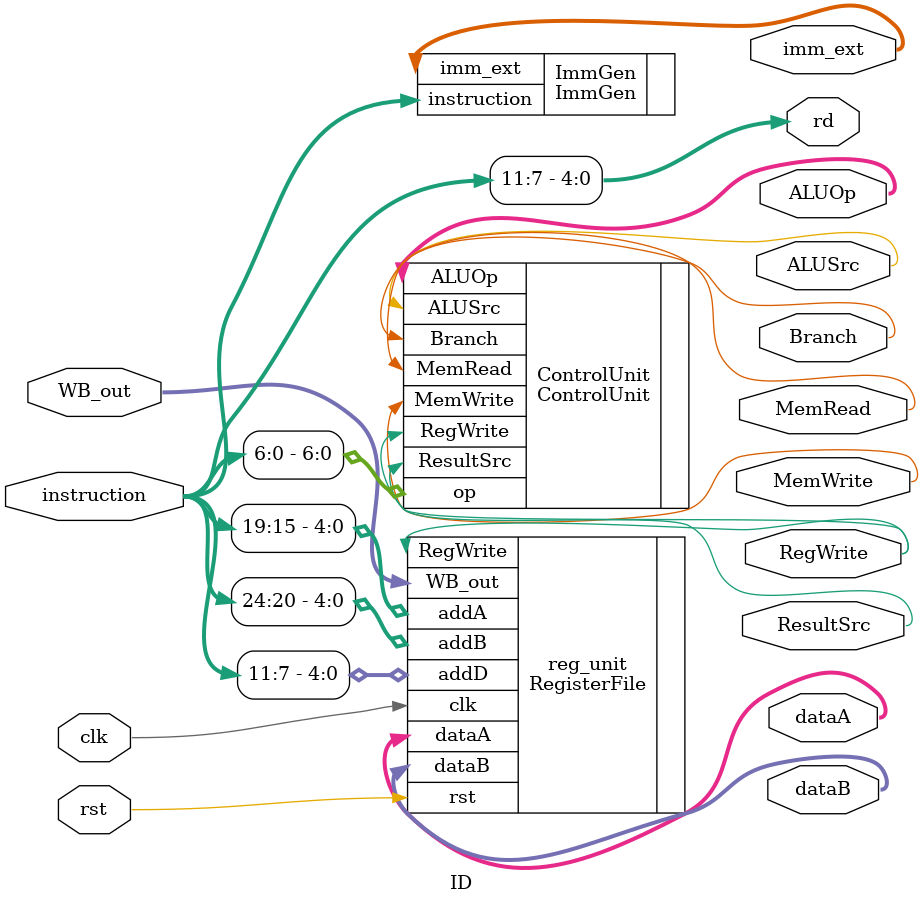
<source format=v>
module ID(
    input clk,
    input rst,
    input [31:0] instruction,  
    input [31:0] WB_out,       
    // input RegWrite_WB,         
    
    output RegWrite,    
    output ALUSrc,
    output MemWrite,
    output MemRead,
    output ResultSrc,
    output Branch,
    output [1:0] ALUOp,
    
    output [31:0] dataA,       
    output [31:0] dataB,       
    output [31:0] imm_ext,     
    output [4:0] rd            
);

    // Control Unit
    ControlUnit ControlUnit (
        .op(instruction[6:0]),
        .RegWrite(RegWrite),        
        .ALUSrc(ALUSrc),
        .MemWrite(MemWrite),
        .MemRead(MemRead),
        .ResultSrc(ResultSrc),
        .Branch(Branch),
        .ALUOp(ALUOp)
    );

    // Register File
    RegisterFile reg_unit(
        .clk(clk),
        .rst(rst),
        .addA(instruction[19:15]), // rs1
        .addB(instruction[24:20]), // rs2
        .addD(instruction[11:7]),  // rd
        .WB_out(WB_out),
        .RegWrite(RegWrite),
        .dataA(dataA),
        .dataB(dataB)
    );

    // Immediate Generator
    ImmGen ImmGen(
        .instruction(instruction),        
        .imm_ext(imm_ext)
    );
    assign rd = instruction[11:7];

endmodule
</source>
